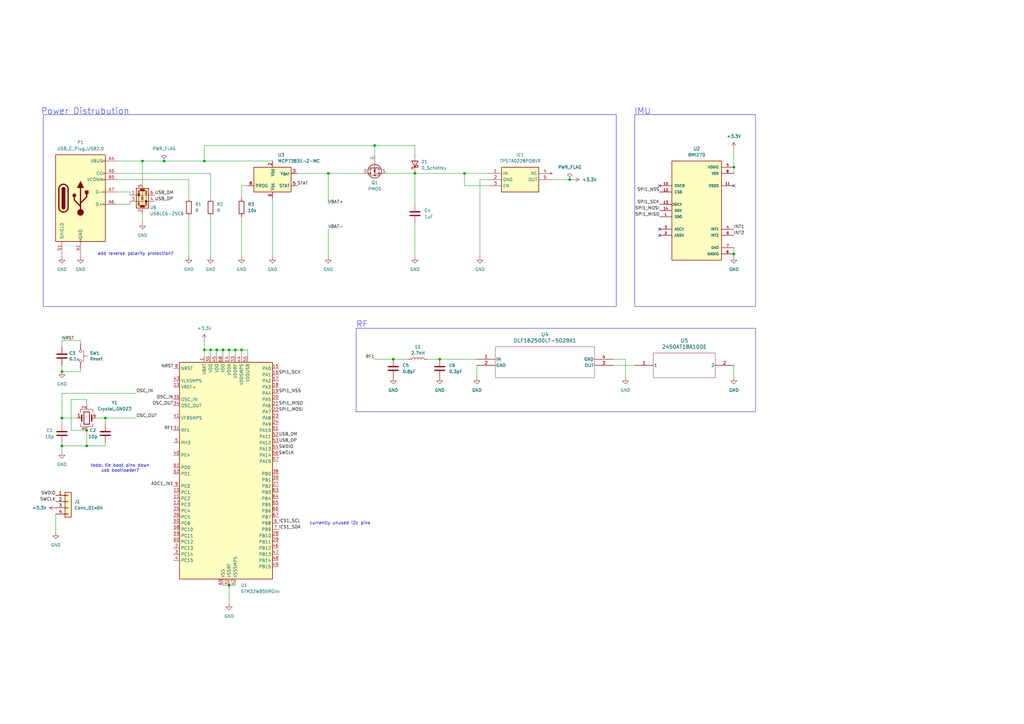
<source format=kicad_sch>
(kicad_sch (version 20231120) (generator "eeschema") (generator_version "8.0")
  (paper "A3")
  (lib_symbols
    (symbol "BMI270:BMI270" (pin_names (offset 1.016))
      (property "Reference" "U" (at -10.16 21.082 0))
      (property "Value" "BMI270" (at -10.16 -22.86 0))
      (symbol "BMI270_0_0"
        (rectangle (start -10.16 -20.32) (end 10.16 20.32) (stroke (width 0.254)) (fill (type background)))
        (pin bidirectional line (at -15.24 -2.54 0) (length 5.08) (name "SDO") (number "1"))
        (pin input line (at -15.24 10.16 0) (length 5.08) (name "OSCB") (number "10"))
        (pin output line (at 15.24 10.16 180) (length 5.08) (name "OSDO") (number "11"))
        (pin input line (at -15.24 7.62 0) (length 5.08) (name "CSB") (number "12"))
        (pin input clock (at -15.24 2.54 0) (length 5.08) (name "SCX") (number "13"))
        (pin bidirectional line (at -15.24 0 0) (length 5.08) (name "SDX") (number "14"))
        (pin bidirectional line (at -15.24 -10.16 0) (length 5.08) (name "ASDX") (number "2"))
        (pin bidirectional line (at -15.24 -7.62 0) (length 5.08) (name "ASCX") (number "3"))
        (pin bidirectional line (at 15.24 -7.62 180) (length 5.08) (name "INT1") (number "4"))
        (pin power_in line (at 15.24 17.78 180) (length 5.08) (name "VDDIO") (number "5"))
        (pin power_in line (at 15.24 -17.78 180) (length 5.08) (name "GNDIO") (number "6"))
        (pin power_in line (at 15.24 -15.24 180) (length 5.08) (name "GND") (number "7"))
        (pin power_in line (at 15.24 15.24 180) (length 5.08) (name "VDD") (number "8"))
        (pin bidirectional line (at 15.24 -10.16 180) (length 5.08) (name "INT2") (number "9"))
      )
    )
    (symbol "Battery_Management:MCP73831-2-MC"
      (property "Reference" "U" (at -7.62 6.35 0))
      (property "Value" "MCP73831-2-MC" (at 1.27 6.35 0))
      (symbol "MCP73831-2-MC_0_1"
        (rectangle (start -7.62 5.08) (end 7.62 -5.08) (stroke (width 0.254)) (fill (type background)))
      )
      (symbol "MCP73831-2-MC_1_1"
        (pin passive line (at 0 7.62 270) (length 2.54) hide (name "V_{DD}") (number "1"))
        (pin power_in line (at 0 7.62 270) (length 2.54) (name "V_{DD}") (number "2"))
        (pin power_out line (at 10.16 2.54 180) (length 2.54) (name "V_{BAT}") (number "3"))
        (pin passive line (at 10.16 2.54 180) (length 2.54) hide (name "V_{BAT}") (number "4"))
        (pin tri_state line (at 10.16 -2.54 180) (length 2.54) (name "STAT") (number "5"))
        (pin power_in line (at 0 -7.62 90) (length 2.54) (name "V_{SS}") (number "6"))
        (pin no_connect line (at -7.62 2.54 0) (length 2.54) hide (name "NC") (number "7"))
        (pin input line (at -10.16 -2.54 0) (length 2.54) (name "PROG") (number "8"))
      )
    )
    (symbol "Connector:USB_C_Plug_USB2.0" (pin_names (offset 1.016))
      (property "Reference" "P" (at -10.16 19.05 0))
      (property "Value" "USB_C_Plug_USB2.0" (at 12.7 19.05 0))
      (symbol "USB_C_Plug_USB2.0_0_0"
        (rectangle (start -0.254 -17.78) (end 0.254 -16.764))
        (rectangle (start 10.16 -2.286) (end 9.144 -2.794))
        (rectangle (start 10.16 2.794) (end 9.144 2.286))
        (rectangle (start 10.16 7.874) (end 9.144 7.366))
        (rectangle (start 10.16 10.414) (end 9.144 9.906))
        (rectangle (start 10.16 15.494) (end 9.144 14.986))
      )
      (symbol "USB_C_Plug_USB2.0_0_1"
        (rectangle (start -10.16 17.78) (end 10.16 -17.78) (stroke (width 0.254)) (fill (type background)))
        (arc (start -8.89 -3.81) (mid -6.985 -5.7067) (end -5.08 -3.81) (stroke (width 0.508)))
        (arc (start -7.62 -3.81) (mid -6.985 -4.4423) (end -6.35 -3.81) (stroke (width 0.254)))
        (arc (start -7.62 -3.81) (mid -6.985 -4.4423) (end -6.35 -3.81) (stroke (width 0.254)) (fill (type outline)))
        (rectangle (start -7.62 -3.81) (end -6.35 3.81) (stroke (width 0.254)) (fill (type outline)))
        (arc (start -6.35 3.81) (mid -6.985 4.4423) (end -7.62 3.81) (stroke (width 0.254)))
        (arc (start -6.35 3.81) (mid -6.985 4.4423) (end -7.62 3.81) (stroke (width 0.254)) (fill (type outline)))
        (arc (start -5.08 3.81) (mid -6.985 5.7067) (end -8.89 3.81) (stroke (width 0.508)))
        (circle (center -2.54 1.143) (radius 0.635) (stroke (width 0.254)) (fill (type outline)))
        (circle (center 0 -5.842) (radius 1.27) (fill (type outline)))
        (polyline (pts (xy -8.89 -3.81) (xy -8.89 3.81)) (stroke (width 0.508)))
        (polyline (pts (xy -5.08 3.81) (xy -5.08 -3.81)) (stroke (width 0.508)))
        (polyline (pts (xy 0 -5.842) (xy 0 4.318)) (stroke (width 0.508)))
        (polyline (pts (xy 0 -3.302) (xy -2.54 -0.762) (xy -2.54 0.508)) (stroke (width 0.508)))
        (polyline (pts (xy 0 -2.032) (xy 2.54 0.508) (xy 2.54 1.778)) (stroke (width 0.508)))
        (polyline (pts (xy -1.27 4.318) (xy 0 6.858) (xy 1.27 4.318) (xy -1.27 4.318)) (stroke (width 0.254)) (fill (type outline)))
        (rectangle (start 1.905 1.778) (end 3.175 3.048) (stroke (width 0.254)) (fill (type outline)))
      )
      (symbol "USB_C_Plug_USB2.0_1_1"
        (pin passive line (at 0 -22.86 90) (length 5.08) (name "GND") (number "A1"))
        (pin passive line (at 0 -22.86 90) (length 5.08) hide (name "GND") (number "A12"))
        (pin passive line (at 15.24 15.24 180) (length 5.08) (name "VBUS") (number "A4"))
        (pin bidirectional line (at 15.24 10.16 180) (length 5.08) (name "CC") (number "A5"))
        (pin bidirectional line (at 15.24 -2.54 180) (length 5.08) (name "D+") (number "A6"))
        (pin bidirectional line (at 15.24 2.54 180) (length 5.08) (name "D-") (number "A7"))
        (pin passive line (at 15.24 15.24 180) (length 5.08) hide (name "VBUS") (number "A9"))
        (pin passive line (at 0 -22.86 90) (length 5.08) hide (name "GND") (number "B1"))
        (pin passive line (at 0 -22.86 90) (length 5.08) hide (name "GND") (number "B12"))
        (pin passive line (at 15.24 15.24 180) (length 5.08) hide (name "VBUS") (number "B4"))
        (pin bidirectional line (at 15.24 7.62 180) (length 5.08) (name "VCONN") (number "B5"))
        (pin passive line (at 15.24 15.24 180) (length 5.08) hide (name "VBUS") (number "B9"))
        (pin passive line (at -7.62 -22.86 90) (length 5.08) (name "SHIELD") (number "S1"))
      )
    )
    (symbol "Connector_Generic:Conn_01x04" (pin_names (offset 1.016) hide)
      (property "Reference" "J" (at 0 5.08 0))
      (property "Value" "Conn_01x04" (at 0 -7.62 0))
      (symbol "Conn_01x04_1_1"
        (rectangle (start -1.27 -4.953) (end 0 -5.207) (stroke (width 0.1524)))
        (rectangle (start -1.27 -2.413) (end 0 -2.667) (stroke (width 0.1524)))
        (rectangle (start -1.27 0.127) (end 0 -0.127) (stroke (width 0.1524)))
        (rectangle (start -1.27 2.667) (end 0 2.413) (stroke (width 0.1524)))
        (rectangle (start -1.27 3.81) (end 1.27 -6.35) (stroke (width 0.254)) (fill (type background)))
        (pin passive line (at -5.08 2.54 0) (length 3.81) (name "Pin_1") (number "1"))
        (pin passive line (at -5.08 0 0) (length 3.81) (name "Pin_2") (number "2"))
        (pin passive line (at -5.08 -2.54 0) (length 3.81) (name "Pin_3") (number "3"))
        (pin passive line (at -5.08 -5.08 0) (length 3.81) (name "Pin_4") (number "4"))
      )
    )
    (symbol "Device:C" (pin_numbers hide) (pin_names (offset 0.254))
      (property "Reference" "C" (at 0.635 2.54 0))
      (property "Value" "C" (at 0.635 -2.54 0))
      (symbol "C_0_1"
        (polyline (pts (xy -2.032 -0.762) (xy 2.032 -0.762)) (stroke (width 0.508)))
        (polyline (pts (xy -2.032 0.762) (xy 2.032 0.762)) (stroke (width 0.508)))
      )
      (symbol "C_1_1"
        (pin passive line (at 0 3.81 270) (length 2.794) (name "~") (number "1"))
        (pin passive line (at 0 -3.81 90) (length 2.794) (name "~") (number "2"))
      )
    )
    (symbol "Device:Crystal_GND23" (pin_names (offset 1.016) hide)
      (property "Reference" "Y" (at 3.175 5.08 0))
      (property "Value" "Crystal_GND23" (at 3.175 3.175 0))
      (symbol "Crystal_GND23_0_1"
        (rectangle (start -1.143 2.54) (end 1.143 -2.54) (stroke (width 0.3048)))
        (polyline (pts (xy -2.54 0) (xy -2.032 0)))
        (polyline (pts (xy -2.032 -1.27) (xy -2.032 1.27)) (stroke (width 0.508)))
        (polyline (pts (xy 0 -3.81) (xy 0 -3.556)))
        (polyline (pts (xy 0 3.556) (xy 0 3.81)))
        (polyline (pts (xy 2.032 -1.27) (xy 2.032 1.27)) (stroke (width 0.508)))
        (polyline (pts (xy 2.032 0) (xy 2.54 0)))
        (polyline (pts (xy -2.54 -2.286) (xy -2.54 -3.556) (xy 2.54 -3.556) (xy 2.54 -2.286)))
        (polyline (pts (xy -2.54 2.286) (xy -2.54 3.556) (xy 2.54 3.556) (xy 2.54 2.286)))
      )
      (symbol "Crystal_GND23_1_1"
        (pin passive line (at -3.81 0 0) (length 1.27) (name "1") (number "1"))
        (pin passive line (at 0 5.08 270) (length 1.27) (name "2") (number "2"))
        (pin passive line (at 0 -5.08 90) (length 1.27) (name "3") (number "3"))
        (pin passive line (at 3.81 0 180) (length 1.27) (name "4") (number "4"))
      )
    )
    (symbol "Device:D_Schottky" (pin_numbers hide) (pin_names (offset 1.016) hide)
      (property "Reference" "D" (at 0 2.54 0))
      (property "Value" "D_Schottky" (at 0 -2.54 0))
      (symbol "D_Schottky_0_1"
        (polyline (pts (xy 1.27 0) (xy -1.27 0)))
        (polyline (pts (xy 1.27 1.27) (xy 1.27 -1.27) (xy -1.27 0) (xy 1.27 1.27)) (stroke (width 0.254)))
        (polyline (pts (xy -1.905 0.635) (xy -1.905 1.27) (xy -1.27 1.27) (xy -1.27 -1.27) (xy -0.635 -1.27) (xy -0.635 -0.635)) (stroke (width 0.254)))
      )
      (symbol "D_Schottky_1_1"
        (pin passive line (at -3.81 0 0) (length 2.54) (name "K") (number "1"))
        (pin passive line (at 3.81 0 180) (length 2.54) (name "A") (number "2"))
      )
    )
    (symbol "Device:L" (pin_numbers hide) (pin_names (offset 1.016) hide)
      (property "Reference" "L" (at -1.27 0 90))
      (property "Value" "L" (at 1.905 0 90))
      (symbol "L_0_1"
        (arc (start 0 -2.54) (mid 0.6323 -1.905) (end 0 -1.27))
        (arc (start 0 -1.27) (mid 0.6323 -0.635) (end 0 0))
        (arc (start 0 0) (mid 0.6323 0.635) (end 0 1.27))
        (arc (start 0 1.27) (mid 0.6323 1.905) (end 0 2.54))
      )
      (symbol "L_1_1"
        (pin passive line (at 0 3.81 270) (length 1.27) (name "1") (number "1"))
        (pin passive line (at 0 -3.81 90) (length 1.27) (name "2") (number "2"))
      )
    )
    (symbol "Device:R" (pin_numbers hide) (pin_names (offset 0))
      (property "Reference" "R" (at 2.032 0 90))
      (property "Value" "R" (at 0 0 90))
      (symbol "R_0_1"
        (rectangle (start -1.016 -2.54) (end 1.016 2.54) (stroke (width 0.254)))
      )
      (symbol "R_1_1"
        (pin passive line (at 0 3.81 270) (length 1.27) (name "~") (number "1"))
        (pin passive line (at 0 -3.81 90) (length 1.27) (name "~") (number "2"))
      )
    )
    (symbol "GND_1" (power) (pin_numbers hide) (pin_names (offset 0) hide)
      (property "Value" "GND" (at 0 -3.81 0))
      (symbol "GND_1_0_1"
        (polyline (pts (xy 0 0) (xy 0 -1.27) (xy 1.27 -1.27) (xy 0 -2.54) (xy -1.27 -1.27) (xy 0 -1.27)))
      )
      (symbol "GND_1_1_1"
        (pin power_in line (at 0 0 270) (length 0) (name "~") (number "1"))
      )
    )
    (symbol "GND_2" (power) (pin_numbers hide) (pin_names (offset 0) hide)
      (property "Value" "GND" (at 0 -3.81 0))
      (symbol "GND_2_0_1"
        (polyline (pts (xy 0 0) (xy 0 -1.27) (xy 1.27 -1.27) (xy 0 -2.54) (xy -1.27 -1.27) (xy 0 -1.27)))
      )
      (symbol "GND_2_1_1"
        (pin power_in line (at 0 0 270) (length 0) (name "~") (number "1"))
      )
    )
    (symbol "GND_3" (power) (pin_numbers hide) (pin_names (offset 0) hide)
      (property "Value" "GND" (at 0 -3.81 0))
      (symbol "GND_3_0_1"
        (polyline (pts (xy 0 0) (xy 0 -1.27) (xy 1.27 -1.27) (xy 0 -2.54) (xy -1.27 -1.27) (xy 0 -1.27)))
      )
      (symbol "GND_3_1_1"
        (pin power_in line (at 0 0 270) (length 0) (name "~") (number "1"))
      )
    )
    (symbol "GND_4" (power) (pin_numbers hide) (pin_names (offset 0) hide)
      (property "Value" "GND" (at 0 -3.81 0))
      (symbol "GND_4_0_1"
        (polyline (pts (xy 0 0) (xy 0 -1.27) (xy 1.27 -1.27) (xy 0 -2.54) (xy -1.27 -1.27) (xy 0 -1.27)))
      )
      (symbol "GND_4_1_1"
        (pin power_in line (at 0 0 270) (length 0) (name "~") (number "1"))
      )
    )
    (symbol "GND_5" (power) (pin_numbers hide) (pin_names (offset 0) hide)
      (property "Value" "GND" (at 0 -3.81 0))
      (symbol "GND_5_0_1"
        (polyline (pts (xy 0 0) (xy 0 -1.27) (xy 1.27 -1.27) (xy 0 -2.54) (xy -1.27 -1.27) (xy 0 -1.27)))
      )
      (symbol "GND_5_1_1"
        (pin power_in line (at 0 0 270) (length 0) (name "~") (number "1"))
      )
    )
    (symbol "MCU_ST_STM32WB:STM32WB55RGVx"
      (property "Reference" "U" (at -17.78 46.99 0))
      (property "Value" "STM32WB55RGVx" (at 12.7 46.99 0))
      (symbol "STM32WB55RGVx_0_1"
        (rectangle (start -17.78 -43.18) (end 20.32 45.72) (stroke (width 0.254)) (fill (type background)))
      )
      (symbol "STM32WB55RGVx_1_1"
        (pin power_in line (at -7.62 48.26 270) (length 2.54) (name "VBAT") (number "1"))
        (pin bidirectional line (at -20.32 -7.62 0) (length 2.54) (name "PC1") (number "10"))
        (pin bidirectional line (at -20.32 -10.16 0) (length 2.54) (name "PC2") (number "11"))
        (pin bidirectional line (at -20.32 -12.7 0) (length 2.54) (name "PC3") (number "12"))
        (pin input line (at -20.32 35.56 0) (length 2.54) (name "VREF+") (number "13"))
        (pin power_in line (at 2.54 48.26 270) (length 2.54) (name "VDDA") (number "14"))
        (pin bidirectional line (at 22.86 43.18 180) (length 2.54) (name "PA0") (number "15"))
        (pin bidirectional line (at 22.86 40.64 180) (length 2.54) (name "PA1") (number "16"))
        (pin bidirectional line (at 22.86 38.1 180) (length 2.54) (name "PA2") (number "17"))
        (pin bidirectional line (at 22.86 35.56 180) (length 2.54) (name "PA3") (number "18"))
        (pin bidirectional line (at 22.86 33.02 180) (length 2.54) (name "PA4") (number "19"))
        (pin bidirectional line (at -20.32 -30.48 0) (length 2.54) (name "PC13") (number "2"))
        (pin bidirectional line (at 22.86 30.48 180) (length 2.54) (name "PA5") (number "20"))
        (pin bidirectional line (at 22.86 27.94 180) (length 2.54) (name "PA6") (number "21"))
        (pin bidirectional line (at 22.86 25.4 180) (length 2.54) (name "PA7") (number "22"))
        (pin bidirectional line (at 22.86 22.86 180) (length 2.54) (name "PA8") (number "23"))
        (pin bidirectional line (at 22.86 20.32 180) (length 2.54) (name "PA9") (number "24"))
        (pin bidirectional line (at -20.32 -15.24 0) (length 2.54) (name "PC4") (number "25"))
        (pin bidirectional line (at -20.32 -17.78 0) (length 2.54) (name "PC5") (number "26"))
        (pin bidirectional line (at 22.86 -5.08 180) (length 2.54) (name "PB2") (number "27"))
        (pin bidirectional line (at 22.86 -25.4 180) (length 2.54) (name "PB10") (number "28"))
        (pin bidirectional line (at 22.86 -27.94 180) (length 2.54) (name "PB11") (number "29"))
        (pin bidirectional line (at -20.32 -33.02 0) (length 2.54) (name "PC14") (number "3"))
        (pin power_in line (at -5.08 48.26 270) (length 2.54) (name "VDD") (number "30"))
        (pin bidirectional line (at -20.32 17.78 0) (length 2.54) (name "RF1") (number "31"))
        (pin power_in line (at 2.54 -45.72 90) (length 2.54) (name "VSSRF") (number "32"))
        (pin power_in line (at 5.08 48.26 270) (length 2.54) (name "VDDRF") (number "33"))
        (pin input line (at -20.32 27.94 0) (length 2.54) (name "OSC_OUT") (number "34"))
        (pin input line (at -20.32 30.48 0) (length 2.54) (name "OSC_IN") (number "35"))
        (pin no_connect line (at -17.78 -43.18 0) (length 2.54) hide (name "AT0") (number "36"))
        (pin no_connect line (at -17.78 -40.64 0) (length 2.54) hide (name "AT1") (number "37"))
        (pin bidirectional line (at 22.86 0 180) (length 2.54) (name "PB0") (number "38"))
        (pin bidirectional line (at 22.86 -2.54 180) (length 2.54) (name "PB1") (number "39"))
        (pin bidirectional line (at -20.32 -35.56 0) (length 2.54) (name "PC15") (number "4"))
        (pin bidirectional line (at -20.32 7.62 0) (length 2.54) (name "PE4") (number "40"))
        (pin input line (at -20.32 22.86 0) (length 2.54) (name "VFBSMPS") (number "41"))
        (pin power_in line (at 5.08 -45.72 90) (length 2.54) (name "VSSSMPS") (number "42"))
        (pin power_in line (at -20.32 38.1 0) (length 2.54) (name "VLXSMPS") (number "43"))
        (pin power_in line (at 7.62 48.26 270) (length 2.54) (name "VDDSMPS") (number "44"))
        (pin power_in line (at -2.54 48.26 270) (length 2.54) (name "VDD") (number "45"))
        (pin bidirectional line (at 22.86 -30.48 180) (length 2.54) (name "PB12") (number "46"))
        (pin bidirectional line (at 22.86 -33.02 180) (length 2.54) (name "PB13") (number "47"))
        (pin bidirectional line (at 22.86 -35.56 180) (length 2.54) (name "PB14") (number "48"))
        (pin bidirectional line (at 22.86 -38.1 180) (length 2.54) (name "PB15") (number "49"))
        (pin bidirectional line (at -20.32 12.7 0) (length 2.54) (name "PH3") (number "5"))
        (pin bidirectional line (at -20.32 -20.32 0) (length 2.54) (name "PC6") (number "50"))
        (pin bidirectional line (at 22.86 17.78 180) (length 2.54) (name "PA10") (number "51"))
        (pin bidirectional line (at 22.86 15.24 180) (length 2.54) (name "PA11") (number "52"))
        (pin bidirectional line (at 22.86 12.7 180) (length 2.54) (name "PA12") (number "53"))
        (pin bidirectional line (at 22.86 10.16 180) (length 2.54) (name "PA13") (number "54"))
        (pin power_in line (at 10.16 48.26 270) (length 2.54) (name "VDDUSB") (number "55"))
        (pin bidirectional line (at 22.86 7.62 180) (length 2.54) (name "PA14") (number "56"))
        (pin bidirectional line (at 22.86 5.08 180) (length 2.54) (name "PA15") (number "57"))
        (pin bidirectional line (at -20.32 -22.86 0) (length 2.54) (name "PC10") (number "58"))
        (pin bidirectional line (at -20.32 -25.4 0) (length 2.54) (name "PC11") (number "59"))
        (pin bidirectional line (at 22.86 -20.32 180) (length 2.54) (name "PB8") (number "6"))
        (pin bidirectional line (at -20.32 -27.94 0) (length 2.54) (name "PC12") (number "60"))
        (pin bidirectional line (at -20.32 2.54 0) (length 2.54) (name "PD0") (number "61"))
        (pin bidirectional line (at -20.32 0 0) (length 2.54) (name "PD1") (number "62"))
        (pin bidirectional line (at 22.86 -7.62 180) (length 2.54) (name "PB3") (number "63"))
        (pin bidirectional line (at 22.86 -10.16 180) (length 2.54) (name "PB4") (number "64"))
        (pin bidirectional line (at 22.86 -12.7 180) (length 2.54) (name "PB5") (number "65"))
        (pin bidirectional line (at 22.86 -15.24 180) (length 2.54) (name "PB6") (number "66"))
        (pin bidirectional line (at 22.86 -17.78 180) (length 2.54) (name "PB7") (number "67"))
        (pin power_in line (at 0 48.26 270) (length 2.54) (name "VDD") (number "68"))
        (pin power_in line (at 0 -45.72 90) (length 2.54) (name "VSS") (number "69"))
        (pin bidirectional line (at 22.86 -22.86 180) (length 2.54) (name "PB9") (number "7"))
        (pin input line (at -20.32 43.18 0) (length 2.54) (name "NRST") (number "8"))
        (pin bidirectional line (at -20.32 -5.08 0) (length 2.54) (name "PC0") (number "9"))
      )
    )
    (symbol "Power_Protection:USBLC6-2SC6" (pin_names hide)
      (property "Reference" "U" (at 0.635 5.715 0))
      (property "Value" "USBLC6-2SC6" (at 0.635 3.81 0))
      (symbol "USBLC6-2SC6_0_0"
        (circle (center -1.524 0) (radius 0.0001) (stroke (width 0.508)))
        (circle (center -0.508 -4.572) (radius 0.0001) (stroke (width 0.508)))
        (circle (center -0.508 2.032) (radius 0.0001) (stroke (width 0.508)))
        (circle (center 0.508 -4.572) (radius 0.0001) (stroke (width 0.508)))
        (circle (center 0.508 2.032) (radius 0.0001) (stroke (width 0.508)))
        (circle (center 1.524 -2.54) (radius 0.0001) (stroke (width 0.508)))
      )
      (symbol "USBLC6-2SC6_0_1"
        (polyline (pts (xy -2.54 -2.54) (xy 2.54 -2.54)))
        (polyline (pts (xy -2.54 0) (xy 2.54 0)))
        (polyline (pts (xy -2.032 -3.048) (xy -1.016 -3.048)))
        (polyline (pts (xy -1.016 1.524) (xy -2.032 1.524)))
        (polyline (pts (xy 1.016 -3.048) (xy 2.032 -3.048)))
        (polyline (pts (xy 1.016 1.524) (xy 2.032 1.524)))
        (polyline (pts (xy -0.508 -1.143) (xy -0.508 -0.762) (xy 0.508 -0.762)))
        (polyline (pts (xy -2.032 0.508) (xy -1.016 0.508) (xy -1.524 1.524) (xy -2.032 0.508)))
        (polyline (pts (xy -1.016 -4.064) (xy -2.032 -4.064) (xy -1.524 -3.048) (xy -1.016 -4.064)))
        (polyline (pts (xy 0.508 -1.778) (xy -0.508 -1.778) (xy 0 -0.762) (xy 0.508 -1.778)))
        (polyline (pts (xy 2.032 -4.064) (xy 1.016 -4.064) (xy 1.524 -3.048) (xy 2.032 -4.064)))
        (polyline (pts (xy 2.032 0.508) (xy 1.016 0.508) (xy 1.524 1.524) (xy 2.032 0.508)))
        (polyline (pts (xy 0 2.54) (xy -0.508 2.032) (xy 0.508 2.032) (xy 0 1.524) (xy 0 -4.064) (xy -0.508 -4.572) (xy 0.508 -4.572) (xy 0 -5.08)))
      )
      (symbol "USBLC6-2SC6_1_1"
        (rectangle (start -2.54 2.794) (end 2.54 -5.334) (stroke (width 0.254)) (fill (type background)))
        (polyline (pts (xy -0.508 2.032) (xy -1.524 2.032) (xy -1.524 -4.572) (xy -0.508 -4.572)))
        (polyline (pts (xy 0.508 -4.572) (xy 1.524 -4.572) (xy 1.524 2.032) (xy 0.508 2.032)))
        (pin passive line (at -5.08 0 0) (length 2.54) (name "I/O1") (number "1"))
        (pin passive line (at 0 -7.62 90) (length 2.54) (name "GND") (number "2"))
        (pin passive line (at -5.08 -2.54 0) (length 2.54) (name "I/O2") (number "3"))
        (pin passive line (at 5.08 -2.54 180) (length 2.54) (name "I/O2") (number "4"))
        (pin passive line (at 0 5.08 270) (length 2.54) (name "VBUS") (number "5"))
        (pin passive line (at 5.08 0 180) (length 2.54) (name "I/O1") (number "6"))
      )
    )
    (symbol "Simulation_SPICE:PMOS" (pin_numbers hide) (pin_names (offset 0))
      (property "Reference" "Q" (at 5.08 1.27 0))
      (property "Value" "PMOS" (at 5.08 -1.27 0))
      (symbol "PMOS_0_1"
        (polyline (pts (xy 0.254 0) (xy -2.54 0)))
        (polyline (pts (xy 0.254 1.905) (xy 0.254 -1.905)) (stroke (width 0.254)))
        (polyline (pts (xy 0.762 -1.27) (xy 0.762 -2.286)) (stroke (width 0.254)))
        (polyline (pts (xy 0.762 0.508) (xy 0.762 -0.508)) (stroke (width 0.254)))
        (polyline (pts (xy 0.762 2.286) (xy 0.762 1.27)) (stroke (width 0.254)))
        (polyline (pts (xy 2.54 2.54) (xy 2.54 1.778)))
        (polyline (pts (xy 2.54 -2.54) (xy 2.54 0) (xy 0.762 0)))
        (polyline (pts (xy 0.762 1.778) (xy 3.302 1.778) (xy 3.302 -1.778) (xy 0.762 -1.778)))
        (polyline (pts (xy 2.286 0) (xy 1.27 0.381) (xy 1.27 -0.381) (xy 2.286 0)) (fill (type outline)))
        (polyline (pts (xy 2.794 -0.508) (xy 2.921 -0.381) (xy 3.683 -0.381) (xy 3.81 -0.254)))
        (polyline (pts (xy 3.302 -0.381) (xy 2.921 0.254) (xy 3.683 0.254) (xy 3.302 -0.381)))
        (circle (center 1.651 0) (radius 2.794) (stroke (width 0.254)))
        (circle (center 2.54 -1.778) (radius 0.254) (fill (type outline)))
        (circle (center 2.54 1.778) (radius 0.254) (fill (type outline)))
      )
      (symbol "PMOS_1_1"
        (pin passive line (at 2.54 5.08 270) (length 2.54) (name "D") (number "1"))
        (pin input line (at -5.08 0 0) (length 2.54) (name "G") (number "2"))
        (pin passive line (at 2.54 -5.08 90) (length 2.54) (name "S") (number "3"))
      )
    )
    (symbol "Switch:SW_Push" (pin_numbers hide) (pin_names (offset 1.016) hide)
      (property "Reference" "SW" (at 1.27 2.54 0))
      (property "Value" "SW_Push" (at 0 -1.524 0))
      (symbol "SW_Push_0_1"
        (circle (center -2.032 0) (radius 0.508))
        (polyline (pts (xy 0 1.27) (xy 0 3.048)))
        (polyline (pts (xy 2.54 1.27) (xy -2.54 1.27)))
        (circle (center 2.032 0) (radius 0.508))
        (pin passive line (at -5.08 0 0) (length 2.54) (name "1") (number "1"))
        (pin passive line (at 5.08 0 180) (length 2.54) (name "2") (number "2"))
      )
    )
    (symbol "power:+3.3V" (power) (pin_numbers hide) (pin_names (offset 0) hide)
      (property "Value" "+3.3V" (at 0 3.556 0))
      (symbol "+3.3V_0_1"
        (polyline (pts (xy -0.762 1.27) (xy 0 2.54)))
        (polyline (pts (xy 0 0) (xy 0 2.54)))
        (polyline (pts (xy 0 2.54) (xy 0.762 1.27)))
      )
      (symbol "+3.3V_1_1"
        (pin power_in line (at 0 0 90) (length 0) (name "~") (number "1"))
      )
    )
    (symbol "power:GND" (power) (pin_names (offset 0))
      (property "Value" "GND" (at 0 -3.81 0))
      (symbol "GND_0_1"
        (polyline (pts (xy 0 0) (xy 0 -1.27) (xy 1.27 -1.27) (xy 0 -2.54) (xy -1.27 -1.27) (xy 0 -1.27)))
      )
      (symbol "GND_1_1"
        (pin power_in line (at 0 0 270) (length 0) hide (name "GND") (number "1"))
      )
    )
    (symbol "power:PWR_FLAG" (power) (pin_numbers hide) (pin_names (offset 0) hide)
      (property "Value" "PWR_FLAG" (at 0 3.81 0))
      (symbol "PWR_FLAG_0_0"
        (pin power_out line (at 0 0 90) (length 0) (name "~") (number "1"))
      )
      (symbol "PWR_FLAG_0_1"
        (polyline (pts (xy 0 0) (xy 0 1.27) (xy -1.016 1.905) (xy 0 2.54) (xy 1.016 1.905) (xy 0 1.27)))
      )
    )
    (symbol "wearable-som-sym-lib:2450AT18A100E" (pin_names (offset 0.254))
      (property "Reference" "U" (at 20.32 10.16 0))
      (property "Value" "2450AT18A100E" (at 20.32 7.62 0))
      (symbol "2450AT18A100E_1_1"
        (polyline (pts (xy 7.62 -5.08) (xy 33.02 -5.08)) (stroke (width 0.127)))
        (polyline (pts (xy 7.62 5.08) (xy 7.62 -5.08)) (stroke (width 0.127)))
        (polyline (pts (xy 33.02 -5.08) (xy 33.02 5.08)) (stroke (width 0.127)))
        (polyline (pts (xy 33.02 5.08) (xy 7.62 5.08)) (stroke (width 0.127)))
        (pin unspecified line (at 0 0 0) (length 7.62) (name "1") (number "1"))
        (pin unspecified line (at 40.64 0 180) (length 7.62) (name "2") (number "2"))
      )
    )
    (symbol "wearable-som-sym-lib:DLF162500LT-5028A1" (pin_names (offset 0.254))
      (property "Reference" "U" (at 27.94 10.16 0))
      (property "Value" "DLF162500LT-5028A1" (at 27.94 7.62 0))
      (symbol "DLF162500LT-5028A1_1_1"
        (polyline (pts (xy 7.62 -7.62) (xy 48.26 -7.62)) (stroke (width 0.127)))
        (polyline (pts (xy 7.62 5.08) (xy 7.62 -7.62)) (stroke (width 0.127)))
        (polyline (pts (xy 48.26 -7.62) (xy 48.26 5.08)) (stroke (width 0.127)))
        (polyline (pts (xy 48.26 5.08) (xy 7.62 5.08)) (stroke (width 0.127)))
        (pin input line (at 0 0 0) (length 7.62) (name "IN") (number "1"))
        (pin power_in line (at 0 -2.54 0) (length 7.62) (name "GND") (number "2"))
        (pin output line (at 55.88 -2.54 180) (length 7.62) (name "OUT") (number "3"))
        (pin power_in line (at 55.88 0 180) (length 7.62) (name "GND") (number "4"))
      )
    )
    (symbol "wearable-som-sym-lib:TPS7A0228PDBVR"
      (property "Reference" "IC" (at 21.59 7.62 0))
      (property "Value" "TPS7A0228PDBVR" (at 21.59 5.08 0))
      (symbol "TPS7A0228PDBVR_1_1"
        (rectangle (start 5.08 2.54) (end 20.32 -7.62) (stroke (width 0.254)) (fill (type background)))
        (pin passive line (at 0 0 0) (length 5.08) (name "IN") (number "1"))
        (pin passive line (at 0 -2.54 0) (length 5.08) (name "GND") (number "2"))
        (pin passive line (at 0 -5.08 0) (length 5.08) (name "EN") (number "3"))
        (pin no_connect line (at 25.4 0 180) (length 5.08) (name "NC") (number "4"))
        (pin passive line (at 25.4 -2.54 180) (length 5.08) (name "OUT") (number "5"))
      )
    )
  )
  (junction (at 88.9 143.51))
  (junction (at 83.82 66.04))
  (junction (at 83.82 143.51))
  (junction (at 180.34 147.32))
  (junction (at 35.56 182.88))
  (junction (at 190.5 71.12))
  (junction (at 25.4 171.45))
  (junction (at 91.44 143.51))
  (junction (at 96.52 143.51))
  (junction (at 153.67 59.69))
  (junction (at 86.36 143.51))
  (junction (at 93.98 143.51))
  (junction (at 67.31 66.04))
  (junction (at 300.99 104.14))
  (junction (at 43.18 171.45))
  (junction (at 99.06 143.51))
  (junction (at 300.99 68.58))
  (junction (at 35.56 176.53))
  (junction (at 161.29 147.32))
  (junction (at 93.98 240.03))
  (junction (at 134.62 71.12))
  (junction (at 170.18 71.12))
  (junction (at 233.68 73.66))
  (junction (at 58.42 66.04))
  (junction (at 25.4 152.4))
  (junction (at 25.4 182.88))
  (no_connect (at 270.51 76.2))
  (no_connect (at 300.99 76.2))
  (no_connect (at 270.51 96.52))
  (no_connect (at 270.51 93.98))
  (wire (pts (xy 58.42 87.63) (xy 58.42 91.44)))
  (wire (pts (xy 83.82 143.51) (xy 86.36 143.51)))
  (wire (pts (xy 175.26 147.32) (xy 180.34 147.32)))
  (wire (pts (xy 43.18 182.88) (xy 43.18 181.61)))
  (wire (pts (xy 170.18 91.44) (xy 170.18 105.41)))
  (wire (pts (xy 96.52 143.51) (xy 99.06 143.51)))
  (wire (pts (xy 25.4 182.88) (xy 35.56 182.88)))
  (wire (pts (xy 48.26 73.66) (xy 77.47 73.66)))
  (wire (pts (xy 39.37 171.45) (xy 43.18 171.45)))
  (wire (pts (xy 200.66 76.2) (xy 190.5 76.2)))
  (wire (pts (xy 25.4 149.86) (xy 25.4 152.4)))
  (wire (pts (xy 33.02 104.14) (xy 33.02 105.41)))
  (wire (pts (xy 91.44 240.03) (xy 93.98 240.03)))
  (wire (pts (xy 101.6 146.05) (xy 101.6 143.51)))
  (wire (pts (xy 170.18 59.69) (xy 170.18 63.5)))
  (wire (pts (xy 121.92 71.12) (xy 134.62 71.12)))
  (wire (pts (xy 226.06 73.66) (xy 233.68 73.66)))
  (wire (pts (xy 48.26 83.82) (xy 53.34 83.82)))
  (wire (pts (xy 29.21 176.53) (xy 35.56 176.53)))
  (wire (pts (xy 33.02 139.7) (xy 33.02 140.97)))
  (wire (pts (xy 86.36 143.51) (xy 88.9 143.51)))
  (wire (pts (xy 91.44 143.51) (xy 91.44 146.05)))
  (wire (pts (xy 88.9 143.51) (xy 88.9 146.05)))
  (wire (pts (xy 25.4 173.99) (xy 25.4 171.45)))
  (wire (pts (xy 99.06 143.51) (xy 101.6 143.51)))
  (wire (pts (xy 67.31 66.04) (xy 83.82 66.04)))
  (wire (pts (xy 256.54 147.32) (xy 256.54 154.94)))
  (wire (pts (xy 53.34 83.82) (xy 53.34 82.55)))
  (wire (pts (xy 300.99 104.14) (xy 300.99 105.41)))
  (wire (pts (xy 251.46 147.32) (xy 256.54 147.32)))
  (wire (pts (xy 35.56 163.83) (xy 29.21 163.83)))
  (wire (pts (xy 180.34 147.32) (xy 195.58 147.32)))
  (wire (pts (xy 25.4 171.45) (xy 31.75 171.45)))
  (wire (pts (xy 196.85 73.66) (xy 200.66 73.66)))
  (wire (pts (xy 153.67 59.69) (xy 170.18 59.69)))
  (wire (pts (xy 158.75 71.12) (xy 170.18 71.12)))
  (wire (pts (xy 99.06 88.9) (xy 99.06 105.41)))
  (wire (pts (xy 134.62 93.98) (xy 134.62 105.41)))
  (wire (pts (xy 58.42 66.04) (xy 58.42 74.93)))
  (wire (pts (xy 300.99 149.86) (xy 300.99 154.94)))
  (wire (pts (xy 58.42 66.04) (xy 67.31 66.04)))
  (wire (pts (xy 48.26 71.12) (xy 86.36 71.12)))
  (wire (pts (xy 300.99 68.58) (xy 300.99 71.12)))
  (wire (pts (xy 53.34 78.74) (xy 53.34 80.01)))
  (wire (pts (xy 83.82 59.69) (xy 83.82 66.04)))
  (wire (pts (xy 43.18 171.45) (xy 43.18 173.99)))
  (wire (pts (xy 25.4 182.88) (xy 25.4 185.42)))
  (wire (pts (xy 134.62 71.12) (xy 148.59 71.12)))
  (wire (pts (xy 196.85 105.41) (xy 196.85 73.66)))
  (wire (pts (xy 48.26 66.04) (xy 58.42 66.04)))
  (wire (pts (xy 111.76 81.28) (xy 111.76 105.41)))
  (wire (pts (xy 77.47 73.66) (xy 77.47 81.28)))
  (wire (pts (xy 300.99 60.96) (xy 300.99 68.58)))
  (wire (pts (xy 83.82 139.7) (xy 83.82 143.51)))
  (wire (pts (xy 25.4 152.4) (xy 33.02 152.4)))
  (wire (pts (xy 93.98 143.51) (xy 93.98 146.05)))
  (wire (pts (xy 86.36 71.12) (xy 86.36 81.28)))
  (wire (pts (xy 86.36 88.9) (xy 86.36 105.41)))
  (wire (pts (xy 83.82 66.04) (xy 111.76 66.04)))
  (wire (pts (xy 153.67 59.69) (xy 83.82 59.69)))
  (wire (pts (xy 86.36 143.51) (xy 86.36 146.05)))
  (wire (pts (xy 153.67 147.32) (xy 161.29 147.32)))
  (wire (pts (xy 77.47 88.9) (xy 77.47 105.41)))
  (wire (pts (xy 134.62 71.12) (xy 134.62 83.82)))
  (wire (pts (xy 233.68 73.66) (xy 234.95 73.66)))
  (wire (pts (xy 35.56 176.53) (xy 35.56 182.88)))
  (wire (pts (xy 93.98 240.03) (xy 96.52 240.03)))
  (wire (pts (xy 48.26 78.74) (xy 53.34 78.74)))
  (wire (pts (xy 22.86 210.82) (xy 22.86 218.44)))
  (wire (pts (xy 93.98 240.03) (xy 93.98 247.65)))
  (wire (pts (xy 25.4 142.24) (xy 25.4 139.7)))
  (wire (pts (xy 29.21 163.83) (xy 29.21 176.53)))
  (wire (pts (xy 170.18 71.12) (xy 190.5 71.12)))
  (wire (pts (xy 99.06 76.2) (xy 99.06 81.28)))
  (wire (pts (xy 153.67 59.69) (xy 153.67 63.5)))
  (wire (pts (xy 35.56 182.88) (xy 43.18 182.88)))
  (wire (pts (xy 190.5 71.12) (xy 200.66 71.12)))
  (wire (pts (xy 25.4 181.61) (xy 25.4 182.88)))
  (wire (pts (xy 25.4 161.29) (xy 55.88 161.29)))
  (wire (pts (xy 25.4 139.7) (xy 33.02 139.7)))
  (wire (pts (xy 190.5 76.2) (xy 190.5 71.12)))
  (wire (pts (xy 83.82 143.51) (xy 83.82 146.05)))
  (wire (pts (xy 161.29 147.32) (xy 167.64 147.32)))
  (wire (pts (xy 96.52 143.51) (xy 96.52 146.05)))
  (wire (pts (xy 25.4 171.45) (xy 25.4 161.29)))
  (wire (pts (xy 43.18 171.45) (xy 55.88 171.45)))
  (wire (pts (xy 35.56 166.37) (xy 35.56 163.83)))
  (wire (pts (xy 195.58 149.86) (xy 195.58 154.94)))
  (wire (pts (xy 93.98 143.51) (xy 96.52 143.51)))
  (wire (pts (xy 25.4 104.14) (xy 25.4 105.41)))
  (wire (pts (xy 251.46 149.86) (xy 260.35 149.86)))
  (wire (pts (xy 300.99 101.6) (xy 300.99 104.14)))
  (wire (pts (xy 170.18 71.12) (xy 170.18 83.82)))
  (wire (pts (xy 33.02 152.4) (xy 33.02 151.13)))
  (wire (pts (xy 91.44 143.51) (xy 93.98 143.51)))
  (wire (pts (xy 88.9 143.51) (xy 91.44 143.51)))
  (wire (pts (xy 101.6 76.2) (xy 99.06 76.2)))
  (wire (pts (xy 99.06 143.51) (xy 99.06 146.05)))
  (rectangle (start 17.78 46.99) (end 252.73 125.73))
  (rectangle (start 146.05 134.62) (end 309.88 168.91))
  (rectangle (start 260.35 46.99) (end 309.88 125.73))
  (text "IMU\n" (at 260.096 45.72 0) (effects (font (size 2.54 2.54)) (justify left)))
  (text "RF\n" (at 146.05 134.62 0) (effects (font (size 2.54 2.54)) (justify left bottom)))
  (text "Power Distrubution\n" (at 16.764 45.72 0) (effects (font (size 2.54 2.54)) (justify left)))
  (text "currently unused i2c pins\n" (at 139.446 214.63 0) (effects (font (size 1.27 1.27))))
  (text "todo: tie boot pins down\nusb bootloader?" (at 49.276 192.024 0) (effects (font (size 1.27 1.27))))
  (text "add reverse polarity protection?\n" (at 55.626 104.14 0) (effects (font (size 1.27 1.27))))
  (label "RF1" (at 153.67 147.32 180))
  (label "ICS1_SCL" (at 114.3 214.63 0))
  (label "USB_DP" (at 63.5 82.55 0))
  (label "OSC_IN" (at 71.12 163.83 180))
  (label "USB_DM" (at 63.5 80.01 0))
  (label "SPI1_SCK" (at 270.51 83.82 180))
  (label "ICS1_SDA" (at 114.3 217.17 0))
  (label "SWDIO" (at 114.3 184.15 0))
  (label "SPI1_NSS" (at 270.51 78.74 180))
  (label "INT1" (at 300.99 93.98 0))
  (label "OSC_OUT" (at 71.12 166.37 180))
  (label "NRST" (at 71.12 151.13 180))
  (label "SWCLK" (at 114.3 186.69 0))
  (label "SPI1_MISO" (at 114.3 166.37 0))
  (label "RF1" (at 71.12 176.53 180))
  (label "ADC1_IN1" (at 71.12 199.39 180))
  (label "SPI1_SCK" (at 114.3 153.67 0))
  (label "VBAT-" (at 134.62 93.98 0))
  (label "SWDIO" (at 22.86 203.2 180))
  (label "USB_DM" (at 114.3 179.07 0))
  (label "VBAT+" (at 134.62 83.82 0))
  (label "STAT" (at 121.92 76.2 0))
  (label "SPI1_MISO" (at 270.51 88.9 180))
  (label "OSC_IN" (at 55.88 161.29 0))
  (label "INT2" (at 300.99 96.52 0))
  (label "USB_DP" (at 114.3 181.61 0))
  (label "NRST" (at 25.4 139.7 0))
  (label "SWCLK" (at 22.86 205.74 180))
  (label "SPI1_MOSI" (at 114.3 168.91 0))
  (label "OSC_OUT" (at 55.88 171.45 0))
  (label "SPI1_MOSI" (at 270.51 86.36 180))
  (label "SPI1_NSS" (at 114.3 161.29 0))
  (symbol (lib_id "Simulation_SPICE:PMOS") (at 153.67 68.58 90) (mirror x) (unit 1)
    (property "Reference" "Q1" (at 153.67 74.93 90))
    (property "Value" "PMOS" (at 153.67 77.47 90))
    (property "Footprint" "wearable_som_footprint_lib:SOT96P240X110-3N" (effects (hide yes)))
    (property "Datasheet" "https://ngspice.sourceforge.io/docs/ngspice-html-manual/manual.xhtml#cha_MOSFETs" (effects (hide yes)))
    (property "Description" "P-MOSFET transistor, drain/source/gate" (effects (hide yes)))
    (property "Sim.Device" "PMOS" (effects (hide yes)))
    (property "Sim.Type" "VDMOS" (effects (hide yes)))
    (property "Sim.Pins" "1=D 2=G 3=S" (effects (hide yes)))
  )
  (symbol (lib_name "GND_4") (lib_id "power:GND") (at 180.34 154.94 0) (unit 1)
    (property "Reference" "#PWR016" (effects (hide yes)))
    (property "Value" "GND" (at 180.34 160.02 0))
    (property "Description" "Power symbol creates a global label with name \"GND\" , ground" (effects (hide yes)))
  )
  (symbol (lib_name "GND_4") (lib_id "power:GND") (at 256.54 154.94 0) (unit 1)
    (property "Reference" "#PWR018" (effects (hide yes)))
    (property "Value" "GND" (at 256.54 160.02 0))
    (property "Description" "Power symbol creates a global label with name \"GND\" , ground" (effects (hide yes)))
  )
  (symbol (lib_id "Switch:SW_Push") (at 33.02 146.05 270) (unit 1)
    (property "Reference" "SW1" (at 36.7792 144.8816 90) (effects (justify left)))
    (property "Value" "Reset" (at 36.7792 147.193 90) (effects (justify left)))
    (property "Footprint" "Button_Switch_SMD:SW_SPST_B3SL-1002P" (effects (hide yes)))
    (property "P/N" "B3SL-1002P" (effects (hide yes)))
  )
  (symbol (lib_id "MCU_ST_STM32WB:STM32WB55RGVx") (at 91.44 194.31 0) (unit 1)
    (property "Reference" "U1" (at 98.7141 240.03 0) (effects (justify left)))
    (property "Value" "STM32WB55RGVx" (at 98.7141 242.57 0) (effects (justify left)))
    (property "Footprint" "Package_DFN_QFN:QFN-68-1EP_8x8mm_P0.4mm_EP6.4x6.4mm" (effects (hide yes)))
    (property "Datasheet" "https://www.st.com/resource/en/datasheet/stm32wb55rg.pdf" (effects (hide yes)))
    (property "Description" "STMicroelectronics Arm Cortex-M4 MCU, 1024KB flash, 256KB RAM, 64 MHz, 1.71-3.6V, 49 GPIO, VFQFPN68" (effects (hide yes)))
  )
  (symbol (lib_id "power:PWR_FLAG") (at 233.68 73.66 0) (unit 1)
    (property "Reference" "#FLG01" (effects (hide yes)))
    (property "Value" "PWR_FLAG" (at 233.68 68.58 0))
    (property "Description" "Special symbol for telling ERC where power comes from" (effects (hide yes)))
  )
  (symbol (lib_name "GND_1") (lib_id "power:GND") (at 77.47 105.41 0) (unit 1)
    (property "Reference" "#PWR04" (effects (hide yes)))
    (property "Value" "GND" (at 77.47 110.49 0))
    (property "Description" "Power symbol creates a global label with name \"GND\" , ground" (effects (hide yes)))
  )
  (symbol (lib_id "power:PWR_FLAG") (at 67.31 66.04 0) (unit 1)
    (property "Reference" "#FLG02" (effects (hide yes)))
    (property "Value" "PWR_FLAG" (at 67.31 60.96 0))
    (property "Description" "Special symbol for telling ERC where power comes from" (effects (hide yes)))
  )
  (symbol (lib_id "wearable-som-sym-lib:TPS7A0228PDBVR") (at 200.66 71.12 0) (unit 1)
    (property "Reference" "IC1" (at 213.36 63.5 0))
    (property "Value" "TPS7A0228PDBVR" (at 213.36 66.04 0))
    (property "Footprint" "wearable_som_footprint_lib:SOT95P280X145-5N" (effects (hide yes)))
    (property "Datasheet" "https://www.ti.com/lit/gpn/TPS7A02" (effects (hide yes)))
    (property "Description" "LDO Voltage Regulators 200-mA, nanopower-IQ (25 nA), low-dropout (LDO) voltage regulator with enable 5-SOT-23 -40 to 125" (effects (hide yes)))
    (property "Height" "1.45" (effects (hide yes)))
    (property "Mouser Part Number" "595-TPS7A0228PDBVR" (effects (hide yes)))
    (property "Mouser Price/Stock" "https://www.mouser.co.uk/ProductDetail/Texas-Instruments/TPS7A0228PDBVR?qs=OlC7AqGiEDmPgwDlb0e44w%3D%3D" (effects (hide yes)))
    (property "Manufacturer_Name" "Texas Instruments" (effects (hide yes)))
    (property "Manufacturer_Part_Number" "TPS7A0228PDBVR" (effects (hide yes)))
  )
  (symbol (lib_id "Power_Protection:USBLC6-2SC6") (at 58.42 80.01 0) (unit 1)
    (property "Reference" "U6" (at 61.468 85.09 0) (effects (justify left)))
    (property "Value" "USBLC6-2SC6" (at 61.468 87.63 0) (effects (justify left)))
    (property "Footprint" "Package_TO_SOT_SMD:SOT-23-6" (effects (hide yes)))
    (property "Datasheet" "https://www.st.com/resource/en/datasheet/usblc6-2.pdf" (effects (hide yes)))
    (property "Description" "Very low capacitance ESD protection diode, 2 data-line, SOT-23-6" (effects (hide yes)))
  )
  (symbol (lib_id "Device:D_Schottky") (at 170.18 67.31 90) (unit 1)
    (property "Reference" "D1" (at 172.72 66.3574 90) (effects (justify right)))
    (property "Value" "D_Schottky" (at 172.72 68.8974 90) (effects (justify right)))
    (property "Footprint" "wearable_som_footprint_lib:SOD2513X120N" (effects (hide yes)))
    (property "Description" "Schottky diode" (effects (hide yes)))
  )
  (symbol (lib_name "GND_2") (lib_id "power:GND") (at 25.4 185.42 0) (unit 1)
    (property "Reference" "#PWR01" (effects (hide yes)))
    (property "Value" "GND" (at 25.4 190.5 0))
    (property "Description" "Power symbol creates a global label with name \"GND\" , ground" (effects (hide yes)))
  )
  (symbol (lib_id "Device:R") (at 86.36 85.09 0) (unit 1)
    (property "Reference" "R2" (at 88.9 83.8199 0) (effects (justify left)))
    (property "Value" "R" (at 88.9 86.3599 0) (effects (justify left)))
    (property "Description" "Resistor" (effects (hide yes)))
  )
  (symbol (lib_id "Device:C") (at 25.4 146.05 0) (unit 1)
    (property "Reference" "C3" (at 28.321 144.8816 0) (effects (justify left)))
    (property "Value" "0.1u" (at 28.321 147.193 0) (effects (justify left)))
    (property "Footprint" "Capacitor_SMD:C_0805_2012Metric" (effects (hide yes)))
  )
  (symbol (lib_id "power:+3.3V") (at 300.99 60.96 0) (unit 1)
    (property "Reference" "#PWR021" (effects (hide yes)))
    (property "Value" "+3.3V" (at 300.99 55.88 0))
    (property "Description" "Power symbol creates a global label with name \"+3.3V\"" (effects (hide yes)))
  )
  (symbol (lib_id "BMI270:BMI270") (at 285.75 86.36 0) (unit 1)
    (property "Reference" "U2" (at 285.75 60.96 0))
    (property "Value" "BMI270" (at 285.75 63.5 0))
    (property "Footprint" "BMI270:XDCR_BMI270" (effects (hide yes)))
    (property "PATREV" "1.0" (effects (hide yes)))
    (property "MF" "Bosch Sensortec" (effects (hide yes)))
    (property "MAXIMUM_PACKAGE_HEIGHT" "0.87mm" (effects (hide yes)))
    (property "Package" "LGA-14 Bosch Sensortec" (effects (hide yes)))
    (property "Price" "None" (effects (hide yes)))
    (property "Check_prices" "https://www.snapeda.com/parts/BMI270/Bosch+Sensortec/view-part/?ref=eda" (effects (hide yes)))
    (property "STANDARD" "Manufacturer Recommendations" (effects (hide yes)))
    (property "SnapEDA_Link" "https://www.snapeda.com/parts/BMI270/Bosch+Sensortec/view-part/?ref=snap" (effects (hide yes)))
    (property "MP" "BMI270" (effects (hide yes)))
    (property "Description_1" "\n                        \n                            Accelerometer, Gyroscope, 6 Axis Sensor I2C, SPI Output\n                        \n" (effects (hide yes)))
    (property "Availability" "In Stock" (effects (hide yes)))
    (property "MANUFACTURER" "Bosch Sensortec" (effects (hide yes)))
  )
  (symbol (lib_id "Device:C") (at 43.18 177.8 180) (unit 1)
    (property "Reference" "C2" (at 38.1 176.53 0))
    (property "Value" "10p" (at 38.1 179.07 0))
  )
  (symbol (lib_id "power:+3.3V") (at 83.82 139.7 0) (unit 1)
    (property "Reference" "#PWR03" (effects (hide yes)))
    (property "Value" "+3.3V" (at 83.82 134.62 0))
    (property "Description" "Power symbol creates a global label with name \"+3.3V\"" (effects (hide yes)))
  )
  (symbol (lib_id "Connector_Generic:Conn_01x04") (at 27.94 205.74 0) (unit 1)
    (property "Reference" "J1" (at 30.48 205.7399 0) (effects (justify left)))
    (property "Value" "Conn_01x04" (at 30.48 208.2799 0) (effects (justify left)))
    (property "Description" "Generic connector, single row, 01x04, script generated (kicad-library-utils/schlib/autogen/connector/)" (effects (hide yes)))
  )
  (symbol (lib_id "power:+3.3V") (at 234.95 73.66 270) (unit 1)
    (property "Reference" "#PWR013" (effects (hide yes)))
    (property "Value" "+3.3V" (at 238.76 73.6599 90) (effects (justify left)))
    (property "Description" "Power symbol creates a global label with name \"+3.3V\"" (effects (hide yes)))
  )
  (symbol (lib_name "GND_1") (lib_id "power:GND") (at 134.62 105.41 0) (unit 1)
    (property "Reference" "#PWR010" (effects (hide yes)))
    (property "Value" "GND" (at 134.62 110.49 0))
    (property "Description" "Power symbol creates a global label with name \"GND\" , ground" (effects (hide yes)))
  )
  (symbol (lib_name "GND_1") (lib_id "power:GND") (at 111.76 105.41 0) (unit 1)
    (property "Reference" "#PWR08" (effects (hide yes)))
    (property "Value" "GND" (at 111.76 110.49 0))
    (property "Description" "Power symbol creates a global label with name \"GND\" , ground" (effects (hide yes)))
  )
  (symbol (lib_id "Device:R") (at 77.47 85.09 0) (unit 1)
    (property "Reference" "R1" (at 80.01 83.8199 0) (effects (justify left)))
    (property "Value" "R" (at 80.01 86.3599 0) (effects (justify left)))
    (property "Description" "Resistor" (effects (hide yes)))
  )
  (symbol (lib_name "GND_3") (lib_id "power:GND") (at 93.98 247.65 0) (unit 1)
    (property "Reference" "#PWR014" (effects (hide yes)))
    (property "Value" "GND" (at 93.98 252.73 0))
    (property "Description" "Power symbol creates a global label with name \"GND\" , ground" (effects (hide yes)))
  )
  (symbol (lib_id "wearable-som-sym-lib:2450AT18A100E") (at 260.35 149.86 0) (unit 1)
    (property "Reference" "U5" (at 280.67 139.7 0) (effects (font (size 1.524 1.524))))
    (property "Value" "2450AT18A100E" (at 280.67 142.24 0) (effects (font (size 1.524 1.524))))
    (property "Footprint" "2450AT18A100E_JOT" (effects (hide yes)))
    (property "Datasheet" "2450AT18A100E" (effects (hide yes)))
  )
  (symbol (lib_name "GND_1") (lib_id "power:GND") (at 33.02 105.41 0) (unit 1)
    (property "Reference" "#PWR07" (effects (hide yes)))
    (property "Value" "GND" (at 33.02 110.49 0))
    (property "Description" "Power symbol creates a global label with name \"GND\" , ground" (effects (hide yes)))
  )
  (symbol (lib_id "Device:Crystal_GND23") (at 35.56 171.45 0) (unit 1)
    (property "Reference" "Y1" (at 46.99 165.1314 0))
    (property "Value" "Crystal_GND23" (at 46.99 167.6714 0))
    (property "Description" "Four pin crystal, GND on pins 2 and 3" (effects (hide yes)))
  )
  (symbol (lib_name "GND_5") (lib_id "power:GND") (at 300.99 105.41 0) (unit 1)
    (property "Reference" "#PWR020" (effects (hide yes)))
    (property "Value" "GND" (at 300.99 110.49 0))
    (property "Description" "Power symbol creates a global label with name \"GND\" , ground" (effects (hide yes)))
  )
  (symbol (lib_name "GND_4") (lib_id "power:GND") (at 300.99 154.94 0) (unit 1)
    (property "Reference" "#PWR019" (effects (hide yes)))
    (property "Value" "GND" (at 300.99 160.02 0))
    (property "Description" "Power symbol creates a global label with name \"GND\" , ground" (effects (hide yes)))
  )
  (symbol (lib_id "Device:C") (at 170.18 87.63 0) (unit 1)
    (property "Reference" "C4" (at 173.99 86.3599 0) (effects (justify left)))
    (property "Value" "1uF" (at 173.99 88.8999 0) (effects (justify left)))
    (property "Description" "Unpolarized capacitor" (effects (hide yes)))
  )
  (symbol (lib_id "Device:C") (at 161.29 151.13 0) (unit 1)
    (property "Reference" "C5" (at 165.1 149.8599 0) (effects (justify left)))
    (property "Value" "0.8pF" (at 165.1 152.3999 0) (effects (justify left)))
    (property "Description" "Unpolarized capacitor" (effects (hide yes)))
  )
  (symbol (lib_name "GND_3") (lib_id "power:GND") (at 22.86 218.44 0) (unit 1)
    (property "Reference" "#PWR023" (effects (hide yes)))
    (property "Value" "GND" (at 22.86 223.52 0))
    (property "Description" "Power symbol creates a global label with name \"GND\" , ground" (effects (hide yes)))
  )
  (symbol (lib_id "Device:L") (at 171.45 147.32 90) (unit 1)
    (property "Reference" "L1" (at 171.45 142.24 90))
    (property "Value" "2.7nH" (at 171.45 144.78 90))
    (property "Description" "Inductor" (effects (hide yes)))
  )
  (symbol (lib_id "Battery_Management:MCP73831-2-MC") (at 111.76 73.66 0) (unit 1)
    (property "Reference" "U3" (at 113.9541 63.5 0) (effects (justify left)))
    (property "Value" "MCP73831-2-MC" (at 113.9541 66.04 0) (effects (justify left)))
    (property "Footprint" "Package_DFN_QFN:DFN-8-1EP_3x2mm_P0.5mm_EP1.7x1.4mm" (effects (hide yes)))
    (property "Datasheet" "http://ww1.microchip.com/downloads/en/DeviceDoc/20001984g.pdf" (effects (hide yes)))
    (property "Description" "Single cell, Li-Ion/Li-Po charge management controller, 4.20V, Tri-State Status Output, in DFN-8 package" (effects (hide yes)))
  )
  (symbol (lib_id "power:GND") (at 25.4 152.4 0) (unit 1)
    (property "Reference" "#PWR02" (effects (hide yes)))
    (property "Value" "GND" (at 25.4 157.48 0))
  )
  (symbol (lib_id "Device:C") (at 25.4 177.8 180) (unit 1)
    (property "Reference" "C1" (at 20.32 176.53 0))
    (property "Value" "10p" (at 20.32 179.07 0))
  )
  (symbol (lib_id "Connector:USB_C_Plug_USB2.0") (at 33.02 81.28 0) (unit 1)
    (property "Reference" "P1" (at 33.02 58.42 0))
    (property "Value" "USB_C_Plug_USB2.0" (at 33.02 60.96 0))
    (property "Datasheet" "https://www.usb.org/sites/default/files/documents/usb_type-c.zip" (effects (hide yes)))
    (property "Description" "USB 2.0-only Type-C Plug connector" (effects (hide yes)))
  )
  (symbol (lib_name "GND_4") (lib_id "power:GND") (at 195.58 154.94 0) (unit 1)
    (property "Reference" "#PWR017" (effects (hide yes)))
    (property "Value" "GND" (at 195.58 160.02 0))
    (property "Description" "Power symbol creates a global label with name \"GND\" , ground" (effects (hide yes)))
  )
  (symbol (lib_name "GND_1") (lib_id "power:GND") (at 196.85 105.41 0) (unit 1)
    (property "Reference" "#PWR012" (effects (hide yes)))
    (property "Value" "GND" (at 196.85 110.49 0))
    (property "Description" "Power symbol creates a global label with name \"GND\" , ground" (effects (hide yes)))
  )
  (symbol (lib_name "GND_1") (lib_id "power:GND") (at 86.36 105.41 0) (unit 1)
    (property "Reference" "#PWR05" (effects (hide yes)))
    (property "Value" "GND" (at 86.36 110.49 0))
    (property "Description" "Power symbol creates a global label with name \"GND\" , ground" (effects (hide yes)))
  )
  (symbol (lib_name "GND_1") (lib_id "power:GND") (at 99.06 105.41 0) (unit 1)
    (property "Reference" "#PWR09" (effects (hide yes)))
    (property "Value" "GND" (at 99.06 110.49 0))
    (property "Description" "Power symbol creates a global label with name \"GND\" , ground" (effects (hide yes)))
  )
  (symbol (lib_name "GND_1") (lib_id "power:GND") (at 170.18 105.41 0) (unit 1)
    (property "Reference" "#PWR011" (effects (hide yes)))
    (property "Value" "GND" (at 170.18 110.49 0))
    (property "Description" "Power symbol creates a global label with name \"GND\" , ground" (effects (hide yes)))
  )
  (symbol (lib_id "Device:R") (at 99.06 85.09 0) (unit 1)
    (property "Reference" "R3" (at 101.6 83.8199 0) (effects (justify left)))
    (property "Value" "10k" (at 101.6 86.3599 0) (effects (justify left)))
    (property "Description" "Resistor" (effects (hide yes)))
  )
  (symbol (lib_id "Device:C") (at 180.34 151.13 0) (unit 1)
    (property "Reference" "C6" (at 184.15 149.8599 0) (effects (justify left)))
    (property "Value" "0.3pF" (at 184.15 152.3999 0) (effects (justify left)))
    (property "Description" "Unpolarized capacitor" (effects (hide yes)))
  )
  (symbol (lib_name "GND_1") (lib_id "power:GND") (at 25.4 105.41 0) (unit 1)
    (property "Reference" "#PWR06" (effects (hide yes)))
    (property "Value" "GND" (at 25.4 110.49 0))
    (property "Description" "Power symbol creates a global label with name \"GND\" , ground" (effects (hide yes)))
  )
  (symbol (lib_id "wearable-som-sym-lib:DLF162500LT-5028A1") (at 195.58 147.32 0) (unit 1)
    (property "Reference" "U4" (at 223.52 137.16 0) (effects (font (size 1.524 1.524))))
    (property "Value" "DLF162500LT-5028A1" (at 223.52 139.7 0) (effects (font (size 1.524 1.524))))
    (property "Footprint" "DLF-4_1P6X0P8" (effects (hide yes)))
    (property "Datasheet" "DLF162500LT-5028A1" (effects (hide yes)))
  )
  (symbol (lib_name "GND_4") (lib_id "power:GND") (at 161.29 154.94 0) (unit 1)
    (property "Reference" "#PWR015" (effects (hide yes)))
    (property "Value" "GND" (at 161.29 160.02 0))
    (property "Description" "Power symbol creates a global label with name \"GND\" , ground" (effects (hide yes)))
  )
  (symbol (lib_id "power:+3.3V") (at 22.86 208.28 90) (unit 1)
    (property "Reference" "#PWR022" (effects (hide yes)))
    (property "Value" "+3.3V" (at 19.05 208.2799 90) (effects (justify left)))
    (property "Description" "Power symbol creates a global label with name \"+3.3V\"" (effects (hide yes)))
  )
  (symbol (lib_name "GND_3") (lib_id "power:GND") (at 58.42 91.44 0) (unit 1)
    (property "Reference" "#PWR024" (effects (hide yes)))
    (property "Value" "GND" (at 58.42 96.52 0))
    (property "Description" "Power symbol creates a global label with name \"GND\" , ground" (effects (hide yes)))
  )
)
</source>
